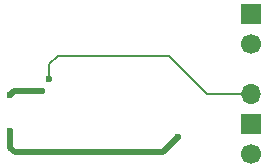
<source format=gbl>
G04 #@! TF.GenerationSoftware,KiCad,Pcbnew,8.0.5*
G04 #@! TF.CreationDate,2024-10-05T21:15:00+02:00*
G04 #@! TF.ProjectId,XC9148-breakout,58433931-3438-42d6-9272-65616b6f7574,rev?*
G04 #@! TF.SameCoordinates,Original*
G04 #@! TF.FileFunction,Copper,L2,Bot*
G04 #@! TF.FilePolarity,Positive*
%FSLAX46Y46*%
G04 Gerber Fmt 4.6, Leading zero omitted, Abs format (unit mm)*
G04 Created by KiCad (PCBNEW 8.0.5) date 2024-10-05 21:15:00*
%MOMM*%
%LPD*%
G01*
G04 APERTURE LIST*
G04 #@! TA.AperFunction,ComponentPad*
%ADD10C,1.700000*%
G04 #@! TD*
G04 #@! TA.AperFunction,ComponentPad*
%ADD11R,1.700000X1.700000*%
G04 #@! TD*
G04 #@! TA.AperFunction,ComponentPad*
%ADD12O,1.700000X1.700000*%
G04 #@! TD*
G04 #@! TA.AperFunction,ViaPad*
%ADD13C,0.600000*%
G04 #@! TD*
G04 #@! TA.AperFunction,Conductor*
%ADD14C,0.500000*%
G04 #@! TD*
G04 #@! TA.AperFunction,Conductor*
%ADD15C,0.200000*%
G04 #@! TD*
G04 APERTURE END LIST*
D10*
X117410000Y-57280000D03*
D11*
X117410000Y-54740000D03*
D10*
X117410000Y-66630000D03*
D11*
X117410000Y-64090000D03*
D12*
X117410000Y-61550000D03*
D13*
X99750000Y-61290000D03*
X97030000Y-61660000D03*
X111220000Y-65210000D03*
X97030000Y-64690000D03*
X100340000Y-60280000D03*
D14*
X99750000Y-61290000D02*
X97400000Y-61290000D01*
X97400000Y-61290000D02*
X97030000Y-61660000D01*
X111220000Y-65210000D02*
X109950000Y-66480000D01*
X97420000Y-66480000D02*
X97030000Y-66090000D01*
X109950000Y-66480000D02*
X97420000Y-66480000D01*
X97030000Y-66090000D02*
X97030000Y-64690000D01*
D15*
X101060000Y-58320000D02*
X110520000Y-58320000D01*
X100340000Y-59040000D02*
X101060000Y-58320000D01*
X100340000Y-60280000D02*
X100340000Y-59040000D01*
X110520000Y-58320000D02*
X113750000Y-61550000D01*
X113750000Y-61550000D02*
X117410000Y-61550000D01*
M02*

</source>
